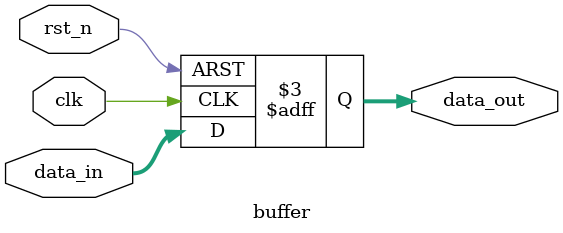
<source format=v>
module buffer(input clk,
              input rst_n,
              input [7:0] data_in,
              output reg [7:0] data_out);
    
    always @(posedge clk or negedge rst_n) begin
        if (!rst_n)
            data_out <= 0;
        else 
            data_out <= data_in;
    end

endmodule // buffer

</source>
